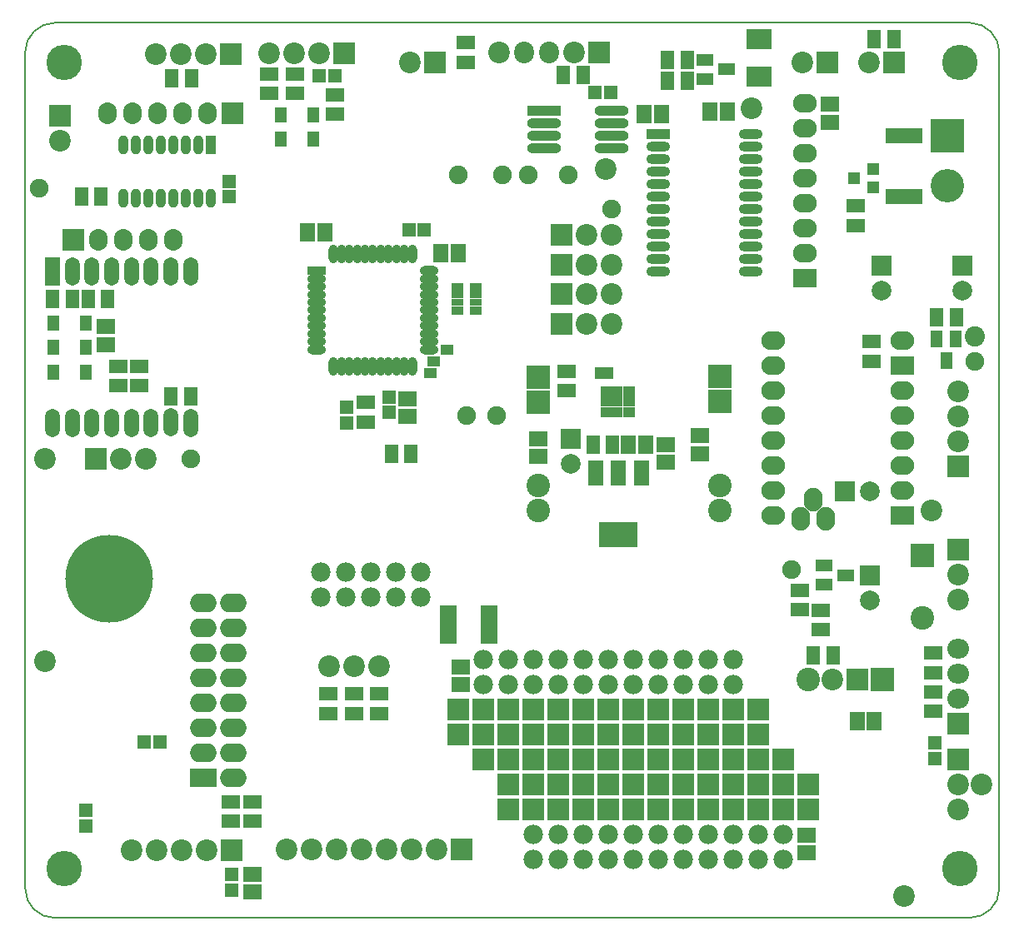
<source format=gbr>
G04 #@! TF.FileFunction,Soldermask,Top*
%FSLAX46Y46*%
G04 Gerber Fmt 4.6, Leading zero omitted, Abs format (unit mm)*
G04 Created by KiCad (PCBNEW 4.0.7) date 05/25/18 22:12:56*
%MOMM*%
%LPD*%
G01*
G04 APERTURE LIST*
%ADD10C,0.100000*%
%ADD11C,0.150000*%
%ADD12R,1.500000X2.900000*%
%ADD13O,1.500000X2.900000*%
%ADD14R,2.686000X1.924000*%
%ADD15O,2.686000X1.924000*%
%ADD16O,2.400000X1.924000*%
%ADD17R,2.400000X1.924000*%
%ADD18R,2.200000X2.200000*%
%ADD19O,2.200000X2.000000*%
%ADD20O,1.900000X2.200000*%
%ADD21R,1.847800X1.349960*%
%ADD22R,1.900000X0.950000*%
%ADD23O,1.900000X0.950000*%
%ADD24O,0.950000X1.900000*%
%ADD25C,8.900000*%
%ADD26R,2.000000X2.000000*%
%ADD27C,2.000000*%
%ADD28R,1.847800X1.548080*%
%ADD29R,1.548080X1.847800*%
%ADD30R,1.349960X1.847800*%
%ADD31C,3.600000*%
%ADD32C,2.200000*%
%ADD33C,2.400000*%
%ADD34R,2.398980X2.398980*%
%ADD35R,2.398980X0.999440*%
%ADD36O,2.398980X0.999440*%
%ADD37R,1.300000X1.700000*%
%ADD38R,1.200000X1.700000*%
%ADD39R,1.700000X1.300000*%
%ADD40R,1.700000X1.200000*%
%ADD41R,2.599640X2.000200*%
%ADD42R,3.500000X0.999440*%
%ADD43O,3.500000X0.999440*%
%ADD44R,2.400000X2.400000*%
%ADD45O,2.000000X2.200000*%
%ADD46R,1.200000X0.900000*%
%ADD47R,1.200000X0.800000*%
%ADD48R,1.349960X1.398220*%
%ADD49R,1.398220X1.349960*%
%ADD50R,1.500000X2.500000*%
%ADD51R,3.900000X2.500000*%
%ADD52R,1.200000X1.100000*%
%ADD53R,1.100000X1.100000*%
%ADD54R,1.200000X1.000000*%
%ADD55R,1.100000X1.000000*%
%ADD56R,0.800000X1.200000*%
%ADD57R,0.999440X1.949400*%
%ADD58O,0.999440X1.949400*%
%ADD59O,2.400000X1.900000*%
%ADD60R,2.400000X1.900000*%
%ADD61O,1.900000X2.400000*%
%ADD62R,1.598880X1.847800*%
%ADD63C,1.900000*%
%ADD64R,1.300000X1.200000*%
%ADD65R,3.747720X1.548080*%
%ADD66C,1.965000*%
%ADD67C,2.050000*%
%ADD68R,2.300000X2.300000*%
%ADD69R,1.799540X3.897580*%
%ADD70R,0.800000X1.000000*%
%ADD71R,3.399740X3.399740*%
%ADD72C,3.399740*%
%ADD73R,1.300000X1.600000*%
G04 APERTURE END LIST*
D10*
D11*
X22000000Y-135000000D02*
G75*
G03X25000000Y-138000000I3000000J0D01*
G01*
X118000000Y-138000000D02*
G75*
G03X121000000Y-135000000I0J3000000D01*
G01*
X121000000Y-50000000D02*
G75*
G03X118000000Y-47000000I-3000000J0D01*
G01*
X25000000Y-47000000D02*
G75*
G03X22000000Y-50000000I0J-3000000D01*
G01*
X118000000Y-138000000D02*
X25000000Y-138000000D01*
X121000000Y-50000000D02*
X121000000Y-135000000D01*
X25000000Y-47000000D02*
X118000000Y-47000000D01*
X22000000Y-135000000D02*
X22000000Y-50000000D01*
D12*
X24800000Y-72300000D03*
D13*
X26800000Y-72300000D03*
X28800000Y-72300000D03*
X30800000Y-72300000D03*
X32800000Y-72300000D03*
X34800000Y-72300000D03*
X36800000Y-72300000D03*
X38800000Y-72300000D03*
X38800000Y-87700000D03*
X36800000Y-87600000D03*
X34800000Y-87700000D03*
X32800000Y-87700000D03*
X30800000Y-87700000D03*
X28800000Y-87700000D03*
X26800000Y-87700000D03*
X24800000Y-87700000D03*
D14*
X40106000Y-123800000D03*
D15*
X40106000Y-121260000D03*
X40106000Y-118720000D03*
X40106000Y-116180000D03*
X40106000Y-113640000D03*
X40106000Y-111100000D03*
X40106000Y-108560000D03*
X40106000Y-106020000D03*
X43154000Y-123800000D03*
X43154000Y-121260000D03*
X43154000Y-118720000D03*
X43154000Y-116180000D03*
X43154000Y-113640000D03*
X43154000Y-111100000D03*
X43154000Y-108560000D03*
X43154000Y-106020000D03*
D16*
X101200000Y-55220000D03*
X101200000Y-57760000D03*
X101200000Y-60300000D03*
X101200000Y-62840000D03*
X101200000Y-65380000D03*
X101200000Y-67920000D03*
X101200000Y-70460000D03*
D17*
X101200000Y-73000000D03*
D18*
X116800000Y-118220000D03*
D19*
X116800000Y-115680000D03*
X116800000Y-113140000D03*
X116800000Y-110600000D03*
D18*
X26860000Y-69100000D03*
D20*
X29400000Y-69100000D03*
X31940000Y-69100000D03*
X34480000Y-69100000D03*
X37020000Y-69100000D03*
D18*
X43040000Y-56200000D03*
D20*
X40500000Y-56200000D03*
X37960000Y-56200000D03*
X35420000Y-56200000D03*
X32880000Y-56200000D03*
X30340000Y-56200000D03*
D21*
X100700000Y-106698220D03*
X100700000Y-104701780D03*
D22*
X51625654Y-72212643D03*
D23*
X51625654Y-73012643D03*
X51625654Y-73812643D03*
X51625654Y-74612643D03*
X51625654Y-75412643D03*
X51625654Y-76212643D03*
X51625654Y-77012643D03*
X51625654Y-77812643D03*
X51625654Y-78612643D03*
X51625654Y-79412643D03*
X51625654Y-80212643D03*
D24*
X53325654Y-81912643D03*
X54125654Y-81912643D03*
X54925654Y-81912643D03*
X55725654Y-81912643D03*
X56525654Y-81912643D03*
X57325654Y-81912643D03*
X58125654Y-81912643D03*
X58925654Y-81912643D03*
X59725654Y-81912643D03*
X60525654Y-81912643D03*
X61325654Y-81912643D03*
D23*
X63025654Y-80212643D03*
X63025654Y-79412643D03*
X63025654Y-78612643D03*
X63025654Y-77812643D03*
X63025654Y-77012643D03*
X63025654Y-76212643D03*
X63025654Y-75412643D03*
X63025654Y-74612643D03*
X63025654Y-73812643D03*
X63025654Y-73012643D03*
X63025654Y-72212643D03*
D24*
X61325654Y-70512643D03*
X60525654Y-70512643D03*
X59725654Y-70512643D03*
X58925654Y-70512643D03*
X58125654Y-70512643D03*
X57325654Y-70512643D03*
X56525654Y-70512643D03*
X55725654Y-70512643D03*
X54925654Y-70512643D03*
X54125654Y-70512643D03*
X53325654Y-70512643D03*
D25*
X30500000Y-103500000D03*
D26*
X77400000Y-89330000D03*
D27*
X77400000Y-91870000D03*
D28*
X103800000Y-55300840D03*
X103800000Y-57099160D03*
D29*
X93399160Y-56000000D03*
X91600840Y-56000000D03*
D30*
X110298220Y-48700000D03*
X108301780Y-48700000D03*
D21*
X49400000Y-54198220D03*
X49400000Y-52201780D03*
D30*
X116623220Y-76975000D03*
X114626780Y-76975000D03*
D31*
X117000000Y-51000000D03*
X26000000Y-133000000D03*
D18*
X76485981Y-68593021D03*
D32*
X79025981Y-68593021D03*
X81565981Y-68593021D03*
D18*
X76485980Y-74593021D03*
D32*
X79025980Y-74593021D03*
X81565980Y-74593021D03*
X95800000Y-55700000D03*
D21*
X108000000Y-81398220D03*
X108000000Y-79401780D03*
D30*
X89298220Y-52900000D03*
X87301780Y-52900000D03*
D26*
X117200000Y-71730000D03*
D27*
X117200000Y-74270000D03*
D29*
X50700840Y-68300000D03*
X52499160Y-68300000D03*
D26*
X109000000Y-71730000D03*
D27*
X109000000Y-74270000D03*
D28*
X60861188Y-85212977D03*
X60861188Y-87011297D03*
X90600000Y-89000840D03*
X90600000Y-90799160D03*
D29*
X84900840Y-56300000D03*
X86699160Y-56300000D03*
D33*
X113200000Y-107510000D03*
D34*
X113200000Y-101160000D03*
D35*
X86301000Y-58315000D03*
D36*
X86301000Y-59585000D03*
X86301000Y-60855000D03*
X86301000Y-62125000D03*
X86301000Y-63395000D03*
X86301000Y-64665000D03*
X86301000Y-65935000D03*
X86301000Y-67205000D03*
X86301000Y-68475000D03*
X86301000Y-69745000D03*
X86301000Y-71015000D03*
X86301000Y-72285000D03*
X95699000Y-72285000D03*
X95699000Y-71015000D03*
X95699000Y-69745000D03*
X95699000Y-68475000D03*
X95699000Y-67205000D03*
X95699000Y-65935000D03*
X95699000Y-64665000D03*
X95699000Y-63395000D03*
X95699000Y-62125000D03*
X95699000Y-60855000D03*
X95699000Y-59585000D03*
X95699000Y-58315000D03*
D18*
X66390000Y-131000000D03*
D32*
X63850000Y-131000000D03*
X61310000Y-131000000D03*
X58770000Y-131000000D03*
X56230000Y-131000000D03*
X53690000Y-131000000D03*
X51150000Y-131000000D03*
X48610000Y-131000000D03*
X114100000Y-96600000D03*
D37*
X116550000Y-79100000D03*
X114650000Y-79100000D03*
D38*
X115600000Y-81300000D03*
D39*
X91100000Y-50800000D03*
X91100000Y-52700000D03*
D40*
X93300000Y-51750000D03*
D39*
X103200000Y-102200000D03*
X103200000Y-104100000D03*
D40*
X105400000Y-103150000D03*
D21*
X114300000Y-111101780D03*
X114300000Y-113098220D03*
X114300000Y-115001780D03*
X114300000Y-116998220D03*
D30*
X78698220Y-52300000D03*
X76701780Y-52300000D03*
X61198220Y-90800000D03*
X59201780Y-90800000D03*
D21*
X56600000Y-85601780D03*
X56600000Y-87598220D03*
D30*
X104096440Y-111300000D03*
X102100000Y-111300000D03*
X89298220Y-50800000D03*
X87301780Y-50800000D03*
D21*
X102800000Y-108698220D03*
X102800000Y-106701780D03*
X77000000Y-82401780D03*
X77000000Y-84398220D03*
X53500000Y-56298220D03*
X53500000Y-54301780D03*
D30*
X36901780Y-52600000D03*
X38898220Y-52600000D03*
D18*
X76485981Y-71593020D03*
D32*
X79025981Y-71593020D03*
X81565981Y-71593020D03*
D18*
X76485981Y-77593021D03*
D32*
X79025981Y-77593021D03*
X81565981Y-77593021D03*
D29*
X64204668Y-70414366D03*
X66002988Y-70414366D03*
D28*
X74100000Y-89300840D03*
X74100000Y-91099160D03*
D26*
X105330000Y-94600000D03*
D27*
X107870000Y-94600000D03*
D26*
X107800000Y-103200000D03*
D27*
X107800000Y-105740000D03*
D41*
X96600000Y-52499920D03*
X96600000Y-48700080D03*
D42*
X74714845Y-55901165D03*
D43*
X74714845Y-57171165D03*
X74714845Y-58441165D03*
X74714845Y-59711165D03*
X81572845Y-59711165D03*
X81572845Y-58441165D03*
X81572845Y-57171165D03*
X81572845Y-55901165D03*
D33*
X92600000Y-96540000D03*
X92600000Y-94000000D03*
D44*
X92600000Y-85500000D03*
X92600000Y-82960000D03*
X74100000Y-83000000D03*
X74100000Y-85540000D03*
D33*
X74100000Y-94040000D03*
X74100000Y-96540000D03*
D31*
X117000000Y-133000000D03*
X26000000Y-51000000D03*
D32*
X24000000Y-111900000D03*
D18*
X80280000Y-50000000D03*
D32*
X77740000Y-50000000D03*
D45*
X75200000Y-50000000D03*
X72660000Y-50000000D03*
D32*
X70120000Y-50000000D03*
D18*
X25500000Y-56460000D03*
D32*
X25500000Y-59000000D03*
D18*
X110270000Y-51000000D03*
D32*
X107730000Y-51000000D03*
D18*
X116800000Y-92080000D03*
D32*
X116800000Y-89540000D03*
X116800000Y-87000000D03*
X116800000Y-84460000D03*
D18*
X103520000Y-51000000D03*
D32*
X100980000Y-51000000D03*
X111300000Y-135800000D03*
D46*
X67752356Y-76257007D03*
D47*
X67752356Y-74657007D03*
X67752356Y-75457007D03*
D46*
X67752356Y-73857007D03*
D47*
X65952356Y-75457007D03*
D46*
X65952356Y-76257007D03*
D47*
X65952356Y-74657007D03*
D46*
X65952356Y-73857007D03*
D18*
X106601183Y-113756224D03*
D32*
X104061183Y-113756224D03*
D18*
X42940000Y-50200000D03*
D32*
X40400000Y-50200000D03*
X37860000Y-50200000D03*
X35320000Y-50200000D03*
D18*
X116800000Y-121860000D03*
D32*
X116800000Y-124400000D03*
X116800000Y-126940000D03*
D18*
X54440000Y-50100000D03*
D32*
X51900000Y-50100000D03*
X49360000Y-50100000D03*
X46820000Y-50100000D03*
D18*
X116800000Y-100600000D03*
D32*
X116800000Y-103140000D03*
X116800000Y-105680000D03*
D48*
X62577987Y-68080914D03*
X60982867Y-68080914D03*
D49*
X59022710Y-85031734D03*
X59022710Y-86626854D03*
X54700000Y-86102440D03*
X54700000Y-87697560D03*
D48*
X81512405Y-54101165D03*
X79917285Y-54101165D03*
X53497560Y-52400000D03*
X51902440Y-52400000D03*
D29*
X83300840Y-89900000D03*
X85099160Y-89900000D03*
D28*
X87100000Y-91699160D03*
X87100000Y-89900840D03*
X30200000Y-79699160D03*
X30200000Y-77900840D03*
D50*
X84600000Y-92800000D03*
X82300000Y-92800000D03*
X80000000Y-92800000D03*
D51*
X82300000Y-99000000D03*
D52*
X81050000Y-86550000D03*
D53*
X82200000Y-86550000D03*
D52*
X83350000Y-86550000D03*
D54*
X81050000Y-85500000D03*
D55*
X82200000Y-85500000D03*
D54*
X83350000Y-85500000D03*
D52*
X83350000Y-84450000D03*
X81050000Y-84450000D03*
D53*
X82200000Y-84450000D03*
D18*
X63670000Y-51000000D03*
D32*
X61130000Y-51000000D03*
D18*
X29160000Y-91300000D03*
D32*
X31700000Y-91300000D03*
X34240000Y-91300000D03*
D21*
X46800000Y-54198220D03*
X46800000Y-52201780D03*
D30*
X27701780Y-64700000D03*
X29698220Y-64700000D03*
D21*
X66800000Y-50998220D03*
X66800000Y-49001780D03*
D30*
X79701780Y-89900000D03*
X81698220Y-89900000D03*
X30398220Y-75100000D03*
X28401780Y-75100000D03*
X24803560Y-75100000D03*
X26800000Y-75100000D03*
X36801780Y-85000000D03*
X38798220Y-85000000D03*
D21*
X31500000Y-83898220D03*
X31500000Y-81901780D03*
D56*
X80200000Y-82600000D03*
X80800000Y-82600000D03*
X81400000Y-82600000D03*
D57*
X40845000Y-59402520D03*
D58*
X39575000Y-59402520D03*
X38305000Y-59402520D03*
X37035000Y-59402520D03*
X35765000Y-59402520D03*
X34495000Y-59402520D03*
X33225000Y-59402520D03*
X31955000Y-59402520D03*
X31955000Y-64797480D03*
X33225000Y-64797480D03*
X34495000Y-64797480D03*
X35765000Y-64797480D03*
X37035000Y-64797480D03*
X38305000Y-64797480D03*
X39575000Y-64797480D03*
X40845000Y-64797480D03*
D44*
X109131183Y-113756224D03*
D33*
X101531183Y-113756224D03*
D59*
X111150000Y-79310000D03*
D60*
X111150000Y-81850000D03*
D59*
X111150000Y-84390000D03*
X111150000Y-86930000D03*
X111150000Y-92010000D03*
X111150000Y-94550000D03*
X111150000Y-89470000D03*
D60*
X111150000Y-97090000D03*
D59*
X98050000Y-92010000D03*
X98050000Y-79310000D03*
X98050000Y-81850000D03*
X98050000Y-86930000D03*
X98050000Y-97090000D03*
X98050000Y-84390000D03*
X98050000Y-89470000D03*
X98050000Y-94550000D03*
D61*
X100790000Y-97390000D03*
X102060000Y-95520000D03*
X103330000Y-97390000D03*
D49*
X114400000Y-121797560D03*
X114400000Y-120202440D03*
D62*
X108248360Y-118000000D03*
X106551640Y-118000000D03*
D63*
X118500000Y-81400000D03*
X77200000Y-62500000D03*
X70500000Y-62500000D03*
X73100000Y-62500000D03*
X81600000Y-65950000D03*
X66000000Y-62500000D03*
X69900000Y-86900000D03*
X66900000Y-86900000D03*
X23400000Y-63800000D03*
X38800000Y-91300000D03*
D32*
X24003000Y-91313000D03*
D64*
X108200000Y-63750000D03*
X108200000Y-61850000D03*
X106200000Y-62800000D03*
D21*
X106400000Y-67598220D03*
X106400000Y-65601780D03*
D65*
X111300000Y-64698800D03*
X111300000Y-58501200D03*
D32*
X119200000Y-124400000D03*
D49*
X42950000Y-133602440D03*
X42950000Y-135197560D03*
D28*
X45100000Y-133551680D03*
X45100000Y-135350000D03*
D48*
X34102440Y-120150000D03*
X35697560Y-120150000D03*
D49*
X28150000Y-128645120D03*
X28150000Y-127050000D03*
D32*
X57940000Y-112400000D03*
X55400000Y-112400000D03*
X52860000Y-112400000D03*
D18*
X42980000Y-131100000D03*
D32*
X40440000Y-131100000D03*
X37900000Y-131100000D03*
X35360000Y-131100000D03*
X32820000Y-131100000D03*
D21*
X58000000Y-117198220D03*
X58000000Y-115201780D03*
X55400000Y-117198220D03*
X55400000Y-115201780D03*
X52800000Y-117198220D03*
X52800000Y-115201780D03*
X45100000Y-126201780D03*
X45100000Y-128198220D03*
X42900000Y-126200000D03*
X42900000Y-128196440D03*
D66*
X73660000Y-129540000D03*
X76200000Y-129540000D03*
X78740000Y-129540000D03*
X81280000Y-129540000D03*
X83820000Y-129540000D03*
X86360000Y-129540000D03*
X88900000Y-129540000D03*
X91440000Y-129540000D03*
X93980000Y-129540000D03*
X96520000Y-129540000D03*
X99060000Y-129540000D03*
D32*
X81000000Y-61900000D03*
D67*
X118500000Y-78900000D03*
D68*
X71120000Y-127000000D03*
X73660000Y-127000000D03*
X76200000Y-127000000D03*
X78740000Y-127000000D03*
X81280000Y-127000000D03*
X83820000Y-127000000D03*
X86360000Y-127000000D03*
X88900000Y-127000000D03*
X91440000Y-127000000D03*
X93980000Y-127000000D03*
X96520000Y-127000000D03*
X99060000Y-127000000D03*
X101600000Y-127000000D03*
D66*
X68580000Y-114300000D03*
X71120000Y-114300000D03*
X73660000Y-114300000D03*
X76200000Y-114300000D03*
X78740000Y-114300000D03*
X81280000Y-114300000D03*
X83820000Y-114300000D03*
X86360000Y-114300000D03*
X88900000Y-114300000D03*
X91440000Y-114300000D03*
X93980000Y-114300000D03*
D68*
X66040000Y-116840000D03*
X68580000Y-116840000D03*
X71120000Y-116840000D03*
X73660000Y-116840000D03*
X76200000Y-116840000D03*
X78740000Y-116840000D03*
X81280000Y-116840000D03*
X83820000Y-116840000D03*
X86360000Y-116840000D03*
X88900000Y-116840000D03*
X91440000Y-116840000D03*
X93980000Y-116840000D03*
X96520000Y-116840000D03*
X68580000Y-121920000D03*
X71120000Y-121920000D03*
X73660000Y-121920000D03*
X76200000Y-121920000D03*
X78740000Y-121920000D03*
X81280000Y-121920000D03*
X83820000Y-121920000D03*
X86360000Y-121920000D03*
X88900000Y-121920000D03*
X91440000Y-121920000D03*
X93980000Y-121920000D03*
X96520000Y-121920000D03*
X99060000Y-121920000D03*
D49*
X42700000Y-64697560D03*
X42700000Y-63102440D03*
D66*
X52070000Y-102870000D03*
X54610000Y-102870000D03*
X57150000Y-102870000D03*
X59690000Y-102870000D03*
X62230000Y-102870000D03*
X52070000Y-105410000D03*
X54610000Y-105410000D03*
X57150000Y-105410000D03*
X59690000Y-105410000D03*
X62230000Y-105410000D03*
X73660000Y-132080000D03*
X76200000Y-132080000D03*
X78740000Y-132080000D03*
X81280000Y-132080000D03*
X83820000Y-132080000D03*
X86360000Y-132080000D03*
X88900000Y-132080000D03*
X91440000Y-132080000D03*
X93980000Y-132080000D03*
X96520000Y-132080000D03*
X99060000Y-132080000D03*
D68*
X66040000Y-119380000D03*
X68580000Y-119380000D03*
X71120000Y-119380000D03*
X73660000Y-119380000D03*
X76200000Y-119380000D03*
X78740000Y-119380000D03*
X81280000Y-119380000D03*
X83820000Y-119380000D03*
X86360000Y-119380000D03*
X88900000Y-119380000D03*
X91440000Y-119380000D03*
X93980000Y-119380000D03*
X96520000Y-119380000D03*
X71120000Y-124460000D03*
X73660000Y-124460000D03*
X76200000Y-124460000D03*
X78740000Y-124460000D03*
X81280000Y-124460000D03*
X83820000Y-124460000D03*
X86360000Y-124460000D03*
X88900000Y-124460000D03*
X91440000Y-124460000D03*
X93980000Y-124460000D03*
X96520000Y-124460000D03*
X99060000Y-124460000D03*
X101600000Y-124460000D03*
D66*
X68580000Y-111760000D03*
X71120000Y-111760000D03*
X73660000Y-111760000D03*
X76200000Y-111760000D03*
X78740000Y-111760000D03*
X81280000Y-111760000D03*
X83820000Y-111760000D03*
X86360000Y-111760000D03*
X88900000Y-111760000D03*
X91440000Y-111760000D03*
X93980000Y-111760000D03*
D69*
X65006220Y-108204000D03*
X69105780Y-108204000D03*
D28*
X101400000Y-129600000D03*
X101400000Y-131398320D03*
X66300000Y-114300000D03*
X66300000Y-112501680D03*
D63*
X99900000Y-102600000D03*
D70*
X63800000Y-81400000D03*
X63200000Y-81400000D03*
X63500000Y-82600000D03*
X62900000Y-82600000D03*
X65200000Y-80200000D03*
X64600000Y-80200000D03*
D71*
X115700000Y-58500000D03*
D72*
X115700000Y-63580000D03*
D73*
X47950000Y-56400000D03*
X51250000Y-56400000D03*
X51250000Y-58800000D03*
X47950000Y-58800000D03*
X24850000Y-80000000D03*
X28150000Y-80000000D03*
X28150000Y-77500000D03*
X24850000Y-77500000D03*
X24850000Y-82550000D03*
X28150000Y-82550000D03*
D21*
X33600000Y-81901780D03*
X33600000Y-83898220D03*
M02*

</source>
